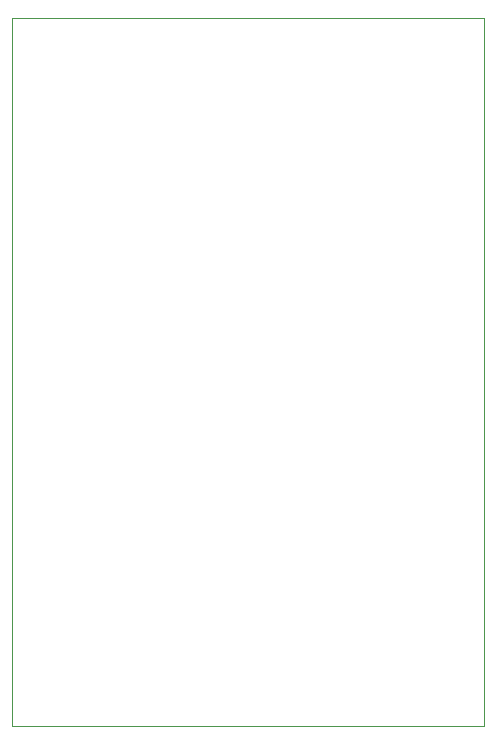
<source format=gm1>
G75*
G70*
%OFA0B0*%
%FSLAX24Y24*%
%IPPOS*%
%LPD*%
%AMOC8*
5,1,8,0,0,1.08239X$1,22.5*
%
%ADD10C,0.0000*%
D10*
X000100Y000100D02*
X000100Y023722D01*
X015848Y023722D01*
X015848Y000100D01*
X000100Y000100D01*
M02*

</source>
